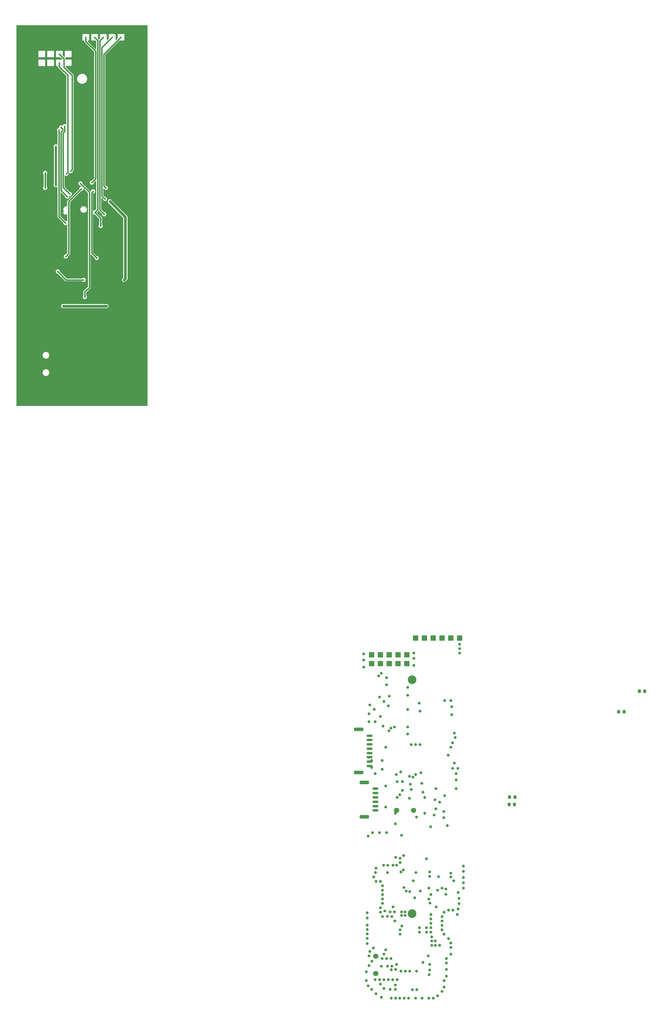
<source format=gbr>
%TF.GenerationSoftware,KiCad,Pcbnew,6.0.4-6f826c9f35~116~ubuntu20.04.1*%
%TF.CreationDate,2022-03-30T14:35:37+00:00*%
%TF.ProjectId,SPACEDOS02B_PCB01A,53504143-4544-44f5-9330-32425f504342,REV*%
%TF.SameCoordinates,Original*%
%TF.FileFunction,Copper,L1,Top*%
%TF.FilePolarity,Positive*%
%FSLAX46Y46*%
G04 Gerber Fmt 4.6, Leading zero omitted, Abs format (unit mm)*
G04 Created by KiCad (PCBNEW 6.0.4-6f826c9f35~116~ubuntu20.04.1) date 2022-03-30 14:35:37*
%MOMM*%
%LPD*%
G01*
G04 APERTURE LIST*
G04 Aperture macros list*
%AMRoundRect*
0 Rectangle with rounded corners*
0 $1 Rounding radius*
0 $2 $3 $4 $5 $6 $7 $8 $9 X,Y pos of 4 corners*
0 Add a 4 corners polygon primitive as box body*
4,1,4,$2,$3,$4,$5,$6,$7,$8,$9,$2,$3,0*
0 Add four circle primitives for the rounded corners*
1,1,$1+$1,$2,$3*
1,1,$1+$1,$4,$5*
1,1,$1+$1,$6,$7*
1,1,$1+$1,$8,$9*
0 Add four rect primitives between the rounded corners*
20,1,$1+$1,$2,$3,$4,$5,0*
20,1,$1+$1,$4,$5,$6,$7,0*
20,1,$1+$1,$6,$7,$8,$9,0*
20,1,$1+$1,$8,$9,$2,$3,0*%
G04 Aperture macros list end*
%TA.AperFunction,ComponentPad*%
%ADD10R,1.524000X1.524000*%
%TD*%
%TA.AperFunction,ComponentPad*%
%ADD11C,2.500000*%
%TD*%
%TA.AperFunction,ComponentPad*%
%ADD12C,1.524000*%
%TD*%
%TA.AperFunction,SMDPad,CuDef*%
%ADD13RoundRect,0.150000X-0.700000X0.150000X-0.700000X-0.150000X0.700000X-0.150000X0.700000X0.150000X0*%
%TD*%
%TA.AperFunction,SMDPad,CuDef*%
%ADD14RoundRect,0.250000X-1.100000X0.250000X-1.100000X-0.250000X1.100000X-0.250000X1.100000X0.250000X0*%
%TD*%
%TA.AperFunction,ComponentPad*%
%ADD15C,1.500000*%
%TD*%
%TA.AperFunction,SMDPad,CuDef*%
%ADD16RoundRect,0.218750X-0.218750X-0.256250X0.218750X-0.256250X0.218750X0.256250X-0.218750X0.256250X0*%
%TD*%
%TA.AperFunction,ViaPad*%
%ADD17C,0.800000*%
%TD*%
%TA.AperFunction,Conductor*%
%ADD18C,0.250000*%
%TD*%
%TA.AperFunction,Conductor*%
%ADD19C,0.400000*%
%TD*%
%TA.AperFunction,Conductor*%
%ADD20C,0.800000*%
%TD*%
%TA.AperFunction,Conductor*%
%ADD21C,0.600000*%
%TD*%
G04 APERTURE END LIST*
D10*
%TO.P,J19,1*%
%TO.N,/cpu/RST#*%
X7366000Y99083000D03*
%TO.P,J19,2*%
X7366000Y101623000D03*
%TD*%
%TO.P,J6,1*%
%TO.N,/cpu/RX0*%
X9906000Y101623000D03*
%TD*%
%TO.P,J4,1*%
%TO.N,/cpu/PC4*%
X12446000Y101623000D03*
%TD*%
%TO.P,J7,1*%
%TO.N,/cpu/TX0*%
X9906000Y99083000D03*
%TD*%
%TO.P,J5,1*%
%TO.N,/cpu/PC3*%
X12446000Y99083000D03*
%TD*%
D11*
%TO.P,BT1,1,+*%
%TO.N,/power/3*%
X19050000Y94479000D03*
%TO.P,BT1,2,-*%
%TO.N,GND*%
X19050000Y26979000D03*
%TD*%
D10*
%TO.P,J3,1*%
%TO.N,/power/3*%
X14986000Y101623000D03*
%TO.P,J3,2*%
X14986000Y99083000D03*
%TD*%
%TO.P,J2,1*%
%TO.N,GND*%
X17526000Y101623000D03*
%TO.P,J2,2*%
X17526000Y99083000D03*
%TD*%
D12*
%TO.P,D1,1,K*%
%TO.N,/K*%
X8596000Y14715000D03*
%TO.P,D1,2,A*%
%TO.N,/A*%
X8596000Y9715000D03*
%TD*%
D13*
%TO.P,J14,1*%
%TO.N,+5V*%
X8504800Y62990400D03*
%TO.P,J14,2*%
%TO.N,Net-(J14-Pad2)*%
X8504800Y61740400D03*
%TO.P,J14,3*%
%TO.N,Net-(J14-Pad3)*%
X8504800Y60490400D03*
%TO.P,J14,4*%
%TO.N,unconnected-(J14-Pad4)*%
X8504800Y59240400D03*
%TO.P,J14,5*%
%TO.N,unconnected-(J14-Pad5)*%
X8504800Y57990400D03*
%TO.P,J14,6*%
%TO.N,GND*%
X8504800Y56740400D03*
D14*
%TO.P,J14,MP*%
X5304800Y64840400D03*
X5304800Y54890400D03*
%TD*%
D15*
%TO.P,Y1,1,1*%
%TO.N,Net-(C38-Pad1)*%
X19468000Y56762000D03*
%TO.P,Y1,2,2*%
%TO.N,Net-(C41-Pad1)*%
X14568000Y56762000D03*
%TD*%
D16*
%TO.P,R16,1*%
%TO.N,/cpu/PC0*%
X78714500Y85240000D03*
%TO.P,R16,2*%
%TO.N,Net-(J1-Pad5)*%
X80289500Y85240000D03*
%TD*%
%TO.P,R14,1*%
%TO.N,/cpu/PC1*%
X84654500Y91139000D03*
%TO.P,R14,2*%
%TO.N,Net-(J1-Pad4)*%
X86229500Y91139000D03*
%TD*%
D13*
%TO.P,J1,1*%
%TO.N,/cpu/TIMEPULSE*%
X6828400Y78312000D03*
%TO.P,J1,2*%
%TO.N,/cpu/EXTINT*%
X6828400Y77062000D03*
%TO.P,J1,3*%
%TO.N,/cpu/GEO_STAT*%
X6828400Y75812000D03*
%TO.P,J1,4*%
%TO.N,Net-(J1-Pad4)*%
X6828400Y74562000D03*
%TO.P,J1,5*%
%TO.N,Net-(J1-Pad5)*%
X6828400Y73312000D03*
%TO.P,J1,6*%
%TO.N,/cpu/TX1*%
X6828400Y72062000D03*
%TO.P,J1,7*%
%TO.N,/cpu/RX1*%
X6828400Y70812000D03*
%TO.P,J1,8*%
%TO.N,GND*%
X6828400Y69562000D03*
D14*
%TO.P,J1,MP*%
X3628400Y80162000D03*
X3628400Y67712000D03*
%TD*%
D16*
%TO.P,R18,1*%
%TO.N,/cpu/TX0*%
X47218500Y60602000D03*
%TO.P,R18,2*%
%TO.N,Net-(J14-Pad3)*%
X48793500Y60602000D03*
%TD*%
%TO.P,R17,1*%
%TO.N,/cpu/RX0*%
X47091500Y58443000D03*
%TO.P,R17,2*%
%TO.N,Net-(J14-Pad2)*%
X48666500Y58443000D03*
%TD*%
D10*
%TO.P,J9,1*%
%TO.N,/cpu/PB5*%
X25146000Y106449000D03*
%TD*%
%TO.P,J10,1*%
%TO.N,/cpu/SD_VDD*%
X30226000Y106449000D03*
%TD*%
%TO.P,J11,1*%
%TO.N,/cpu/PB7*%
X20066000Y106449000D03*
%TD*%
%TO.P,J12,1*%
%TO.N,/cpu/PB6*%
X22606000Y106449000D03*
%TD*%
%TO.P,J13,1*%
%TO.N,GND*%
X32766000Y106449000D03*
%TD*%
%TO.P,J8,1*%
%TO.N,/cpu/PB4*%
X27686000Y106449000D03*
%TD*%
D17*
%TO.N,GND*%
X8522339Y38810523D03*
X10839993Y40897407D03*
X22720300Y60513100D03*
X13208000Y26096100D03*
X5842000Y10183000D03*
X5842000Y7643000D03*
X6350000Y6119000D03*
X7366000Y5103000D03*
X20307300Y54798100D03*
X13970000Y27455000D03*
X16002000Y26439000D03*
X16624300Y43749100D03*
X9893300Y28636100D03*
X13576300Y40955100D03*
X15608300Y22286100D03*
X14592300Y40955100D03*
X7988300Y37526100D03*
X9893300Y27366100D03*
X16116300Y23429100D03*
X10528300Y29906100D03*
X8623300Y36256100D03*
X9893300Y36256100D03*
X7480300Y13269100D03*
X17018000Y27455000D03*
X17018000Y26439000D03*
X15608300Y42987100D03*
X10528300Y32446100D03*
X8623300Y40066100D03*
X10528300Y33716100D03*
X10528300Y31176100D03*
X10528300Y26096100D03*
X15608300Y41717100D03*
X12052300Y40955100D03*
X16002000Y27455000D03*
X14084300Y24826100D03*
X15608300Y21016100D03*
X10528300Y34986100D03*
X6604000Y11961000D03*
X27673300Y34351100D03*
X24713000Y20300000D03*
X14338300Y10856100D03*
X13081000Y10818000D03*
X12192000Y7897000D03*
X14224000Y6373000D03*
X14338300Y2601100D03*
X24244300Y30033100D03*
X24498300Y22921100D03*
X24498300Y32446100D03*
X11963000Y11800000D03*
X25133300Y2601100D03*
X10213000Y11800000D03*
X21196300Y22921100D03*
X21958300Y2601100D03*
X28943300Y10856100D03*
X13213000Y11800000D03*
X28308300Y7681100D03*
X13068300Y2601100D03*
X26403300Y3236100D03*
X27673300Y4506100D03*
X26403300Y33716100D03*
X28816300Y34097100D03*
X23863300Y31176100D03*
X21196300Y21651100D03*
X23863300Y34351100D03*
X23228300Y22921100D03*
X24498300Y21651100D03*
X23228300Y21651100D03*
X24498300Y26731100D03*
X25768300Y19111100D03*
X24498300Y25461100D03*
X24498300Y24191100D03*
X9652000Y7897000D03*
X13462000Y7897000D03*
X20053300Y2601100D03*
X28308300Y5776100D03*
X28816300Y32573100D03*
X28943300Y8951100D03*
X10922000Y7897000D03*
X29578300Y19746100D03*
X29578300Y28001100D03*
X27673300Y26096100D03*
X28308300Y21016100D03*
X33896300Y39177100D03*
X30848300Y28001100D03*
X33896300Y34351100D03*
X27673300Y22286100D03*
X32385000Y28344000D03*
X20186300Y38829100D03*
X32118300Y26731100D03*
X33896300Y35875100D03*
X24123300Y38956100D03*
X32639000Y31392000D03*
X20440300Y5047100D03*
X24713000Y19111100D03*
X33896300Y37399100D03*
X24713000Y17841100D03*
X27038300Y17841100D03*
X18408300Y33279100D03*
X28943300Y14031100D03*
X23996300Y9365100D03*
X24123300Y37686100D03*
X16503300Y39591100D03*
X17386486Y33489286D03*
X28308300Y27366100D03*
X21456300Y33495100D03*
X27673300Y24826100D03*
X30213300Y18476100D03*
X25768300Y17841100D03*
X28943300Y12761100D03*
X30213300Y15301100D03*
X16668300Y34511100D03*
X30213300Y17206100D03*
X27673300Y23556100D03*
X15868300Y38956100D03*
X33896300Y40701100D03*
X32639000Y29868000D03*
X32372300Y33081100D03*
X19170300Y5047100D03*
X15887735Y10380557D03*
X14598300Y12286100D03*
X30213300Y37526100D03*
X20313300Y10381100D03*
X10160000Y2817000D03*
X17138300Y10381100D03*
X18408300Y10381100D03*
X24123300Y10729100D03*
X24123300Y12286100D03*
X23736300Y14793100D03*
X22218300Y12921100D03*
X11938000Y26185000D03*
X14732000Y7897000D03*
X14224000Y5103000D03*
X8382000Y7897000D03*
X9906000Y6627000D03*
X10922000Y5357000D03*
X12700000Y5103000D03*
X15494000Y2563000D03*
X16764000Y2563000D03*
X18034000Y2563000D03*
X8636000Y3833000D03*
X10414000Y13993000D03*
X11684000Y13993000D03*
X12954000Y13993000D03*
X6604000Y14755000D03*
X6858000Y16025000D03*
X7874000Y17041000D03*
X11430000Y16533000D03*
X10922000Y15263000D03*
X6096000Y18311000D03*
X6096000Y19835000D03*
X6096000Y21105000D03*
X6096000Y22375000D03*
X6096000Y23645000D03*
X6096000Y25677000D03*
X6096000Y27201000D03*
X11176000Y27709000D03*
X12700000Y27455000D03*
X23876000Y2601100D03*
X19558000Y98575000D03*
X29210000Y52347000D03*
X9652000Y50315000D03*
X32766000Y102131000D03*
X11684000Y50315000D03*
X17780000Y80795000D03*
X10668000Y81049000D03*
X32766000Y103401000D03*
X21336000Y85367000D03*
X20066000Y67079000D03*
X32766000Y104671000D03*
X16002000Y49553000D03*
X30226000Y74953000D03*
X31750000Y63015000D03*
X30734000Y76223000D03*
X26670000Y37615000D03*
X7366000Y69111000D03*
X30480000Y86637000D03*
X17780000Y89939000D03*
X17780000Y85875000D03*
X31242000Y70381000D03*
X19558000Y100607000D03*
X28194000Y56411000D03*
X9652000Y89431000D03*
X30226000Y38631000D03*
X5080000Y101877000D03*
X11684000Y95019000D03*
X30480000Y84351000D03*
X31750000Y67333000D03*
X7620000Y50315000D03*
X10922000Y88161000D03*
X28194000Y54633000D03*
X30734000Y68857000D03*
X11684000Y92987000D03*
X20066000Y75715000D03*
X10414000Y68603000D03*
X12446000Y89685000D03*
X30226000Y88415000D03*
X21590000Y67587000D03*
X9906000Y83843000D03*
X19304000Y66317000D03*
X10160000Y96289000D03*
X17780000Y92225000D03*
X28448000Y88415000D03*
X31496000Y77747000D03*
X21082000Y87653000D03*
X31750000Y65555000D03*
X32258000Y68857000D03*
X21336000Y75715000D03*
X25908000Y57173000D03*
X18288000Y66571000D03*
X18796000Y75715000D03*
X10414000Y71143000D03*
X16256000Y62507000D03*
X6604000Y82319000D03*
X9398000Y95527000D03*
X8128000Y85875000D03*
X8382000Y82319000D03*
X18288000Y60221000D03*
X19558000Y102131000D03*
X6858000Y87145000D03*
X6350000Y49299000D03*
X31242000Y79017000D03*
X11430000Y57681000D03*
X29464000Y72667000D03*
X14732000Y65047000D03*
X12192000Y86891000D03*
X6604000Y84605000D03*
X16256000Y65047000D03*
X5080000Y100099000D03*
X17780000Y78763000D03*
X5080000Y98067000D03*
X28448000Y60983000D03*
%TO.N,Net-(R1-Pad2)*%
X12007568Y38854203D03*
X19431000Y36472000D03*
%TO.N,/cpu/RST#*%
X14224000Y52855000D03*
X12353395Y79689929D03*
%TO.N,/cpu/PC0*%
X8382000Y63015000D03*
X8382000Y67333000D03*
%TO.N,/cpu/PB5*%
X25400000Y55395000D03*
%TO.N,/cpu/PB7*%
X21844000Y64539000D03*
%TO.N,/cpu/PB6*%
X22720300Y55941100D03*
X24371300Y52004100D03*
%TO.N,/cpu/RX0*%
X15494000Y61237000D03*
X13970002Y80795000D03*
%TO.N,/cpu/TX0*%
X14732000Y60475000D03*
X12972133Y80475541D03*
%TO.N,+3V3*%
X13582300Y28923100D03*
X26028300Y28923100D03*
X27033000Y59096004D03*
X11430000Y63819100D03*
X31115000Y36472000D03*
X11430000Y74953000D03*
%TO.N,PA1*%
X19812000Y31519000D03*
X18542002Y64285000D03*
%TO.N,PA0*%
X14338300Y43241100D03*
X14224000Y55903000D03*
X18796000Y62761000D03*
%TO.N,PB0*%
X22212300Y62037100D03*
X23228300Y42766100D03*
%TO.N,/cpu/SD_VDD*%
X25908000Y63015000D03*
%TO.N,/cpu/PB4*%
X25654000Y59819100D03*
%TO.N,/cpu/PC4*%
X15748000Y67841000D03*
%TO.N,/cpu/PC3*%
X14478000Y67079000D03*
%TO.N,/cpu/RX1*%
X7366000Y71143000D03*
%TD*%
D18*
%TO.N,GND*%
X-72476700Y206822100D02*
X-72222700Y207076100D01*
X-73746700Y206822100D02*
X-72476700Y206822100D01*
X-74762700Y178374100D02*
X-76032700Y178374100D01*
D19*
X-78534700Y207838100D02*
X-78026700Y207838100D01*
X-75778700Y212918100D02*
X-75016700Y212156100D01*
X-78699700Y212918100D02*
X-75778700Y212918100D01*
X-78026700Y207838100D02*
X-76794700Y206606100D01*
X-78534700Y207534472D02*
X-77816514Y206816286D01*
D18*
X-78064700Y183708100D02*
X-76794700Y183708100D01*
D19*
X-71079700Y212283100D02*
X-71079700Y211013100D01*
X-78534700Y207838100D02*
X-78534700Y207534472D01*
%TO.N,Net-(R1-Pad2)*%
X-75772000Y209799000D02*
X-80813229Y209799000D01*
X-82795433Y211781204D02*
X-83195432Y212181203D01*
X-80813229Y209799000D02*
X-82795433Y211781204D01*
%TO.N,/cpu/RST#*%
X-82849605Y252451244D02*
X-82849605Y253016929D01*
X-82849605Y228052605D02*
X-82849605Y252451244D01*
X-80979000Y226182000D02*
X-82849605Y228052605D01*
%TO.N,/cpu/PC0*%
X-86821000Y240660000D02*
X-86821000Y236342000D01*
%TO.N,/cpu/PB5*%
X-70057000Y279776000D02*
X-71082689Y278750311D01*
X-71082689Y278750311D02*
X-71082689Y230001689D01*
X-71082689Y230001689D02*
X-69803000Y228722000D01*
%TO.N,/cpu/PB7*%
X-72282709Y238942291D02*
X-72282709Y275772291D01*
X-75137000Y279776000D02*
X-75137000Y278614000D01*
X-73359000Y237866000D02*
X-72282709Y238942291D01*
X-75137000Y278614000D02*
X-72295291Y275772291D01*
X-72295291Y275772291D02*
X-72282709Y275772291D01*
%TO.N,/cpu/PB6*%
X-70831700Y225331100D02*
X-70831700Y227617100D01*
X-70831700Y227617100D02*
X-72082701Y228868101D01*
X-72082701Y228868101D02*
X-72482700Y229268100D01*
X-71682699Y278861699D02*
X-72597000Y279776000D01*
X-71682699Y230068101D02*
X-71682699Y278861699D01*
X-72482700Y229268100D02*
X-71682699Y230068101D01*
%TO.N,/cpu/RX0*%
X-81230858Y253554175D02*
X-81232998Y253556315D01*
X-81648990Y236503990D02*
X-81648990Y252185000D01*
X-79709000Y234564000D02*
X-81648990Y236503990D01*
X-81232998Y253556315D02*
X-81232998Y254122000D01*
X-81230858Y252603132D02*
X-81230858Y253554175D01*
X-81648990Y252185000D02*
X-81230858Y252603132D01*
%TO.N,/cpu/TX0*%
X-81830868Y253402542D02*
X-82230867Y253802541D01*
X-82249000Y252433532D02*
X-81830868Y252851664D01*
X-81830868Y252851664D02*
X-81830868Y253402542D01*
X-82248999Y235579999D02*
X-82249000Y252433532D01*
X-82230867Y253681863D02*
X-82230867Y253802541D01*
X-80471000Y233802000D02*
X-82248999Y235579999D01*
D20*
%TO.N,+3V3*%
X-81620700Y202250100D02*
X-69174700Y202250100D01*
X-63688001Y227941005D02*
X-68170000Y232423004D01*
D21*
X-83773000Y248280000D02*
X-83773000Y237146100D01*
D20*
X-63688001Y210198999D02*
X-63688001Y227941005D01*
X-64088000Y209799000D02*
X-63688001Y210198999D01*
D19*
%TO.N,PA1*%
X-75391000Y206361802D02*
X-74095699Y207657103D01*
X-74095699Y207657103D02*
X-74095699Y235046701D01*
X-74095699Y235046701D02*
X-76260999Y237212001D01*
X-76260999Y237212001D02*
X-76660998Y237612000D01*
X-75391000Y204846000D02*
X-75391000Y206361802D01*
%TO.N,PA0*%
X-80864700Y216568100D02*
X-80051998Y217380802D01*
X-80051998Y232443002D02*
X-76407000Y236088000D01*
X-80051998Y229064998D02*
X-80051998Y232443002D01*
X-80051998Y229064998D02*
X-80051998Y227540998D01*
X-80051998Y231182174D02*
X-80051998Y229064998D01*
X-80051998Y217380802D02*
X-80051998Y227540998D01*
%TO.N,PB0*%
X-72990700Y235364100D02*
X-73406690Y234948110D01*
X-73406690Y234948110D02*
X-73406690Y217525090D01*
X-73406690Y217525090D02*
X-71974700Y216093100D01*
%TO.N,/cpu/SD_VDD*%
X-69882669Y236929669D02*
X-69882669Y274870331D01*
X-69882669Y274870331D02*
X-68787000Y275966000D01*
X-69295000Y236342000D02*
X-69882669Y236929669D01*
X-68787000Y275966000D02*
X-64977000Y279776000D01*
%TO.N,/cpu/PB4*%
X-69549000Y233146100D02*
X-70482679Y234079779D01*
X-70482679Y234079779D02*
X-70482679Y276810321D01*
X-68787000Y278506000D02*
X-67517000Y279776000D01*
X-70482679Y276810321D02*
X-68787000Y278506000D01*
%TO.N,/cpu/PC4*%
X-79055001Y251981999D02*
X-79055001Y268788001D01*
X-79455000Y241168000D02*
X-79055001Y241567999D01*
X-79055001Y268788001D02*
X-81379001Y271112001D01*
X-79055001Y241567999D02*
X-79055001Y251981999D01*
X-81379001Y273572001D02*
X-81594999Y273787999D01*
X-81594999Y273787999D02*
X-82757000Y274950000D01*
X-81379001Y271112001D02*
X-81379001Y273572001D01*
%TO.N,/cpu/PC3*%
X-80325001Y255283999D02*
X-80325001Y256553999D01*
X-80325001Y256553999D02*
X-80325001Y258585999D01*
X-80325001Y258585999D02*
X-80325001Y268816001D01*
X-80325001Y240805999D02*
X-80325001Y255283999D01*
X-82757000Y271248000D02*
X-82757000Y272410000D01*
X-80725000Y240406000D02*
X-80325001Y240805999D01*
X-80325001Y268816001D02*
X-82757000Y271248000D01*
%TD*%
%TA.AperFunction,Conductor*%
%TO.N,GND*%
G36*
X-57335879Y283254998D02*
G01*
X-57289386Y283201342D01*
X-57278000Y283149000D01*
X-57278000Y173551000D01*
X-57298002Y173482879D01*
X-57351658Y173436386D01*
X-57404000Y173425000D01*
X-95002000Y173425000D01*
X-95070121Y173445002D01*
X-95116614Y173498658D01*
X-95128000Y173551000D01*
X-95128000Y183055504D01*
X-87574063Y183055504D01*
X-87558268Y182867410D01*
X-87506240Y182685966D01*
X-87419960Y182518083D01*
X-87416135Y182513257D01*
X-87416133Y182513254D01*
X-87306544Y182374986D01*
X-87306540Y182374981D01*
X-87302715Y182370156D01*
X-87158970Y182247820D01*
X-87153592Y182244814D01*
X-87153590Y182244813D01*
X-87076585Y182201777D01*
X-86994200Y182155733D01*
X-86814683Y182097405D01*
X-86627255Y182075055D01*
X-86621120Y182075527D01*
X-86621118Y182075527D01*
X-86445197Y182089063D01*
X-86445193Y182089064D01*
X-86439055Y182089536D01*
X-86433123Y182091192D01*
X-86433119Y182091193D01*
X-86263196Y182138637D01*
X-86263192Y182138638D01*
X-86257252Y182140297D01*
X-86177703Y182180480D01*
X-86094272Y182222623D01*
X-86094270Y182222624D01*
X-86088771Y182225402D01*
X-85940030Y182341612D01*
X-85936004Y182346276D01*
X-85936001Y182346279D01*
X-85820722Y182479831D01*
X-85820721Y182479833D01*
X-85816693Y182484499D01*
X-85723458Y182648622D01*
X-85663877Y182827728D01*
X-85640220Y183014995D01*
X-85639843Y183042000D01*
X-85658262Y183229855D01*
X-85712819Y183410555D01*
X-85801434Y183577217D01*
X-85920734Y183723492D01*
X-85926525Y183728283D01*
X-86061423Y183839880D01*
X-86061426Y183839882D01*
X-86066173Y183843809D01*
X-86232212Y183933586D01*
X-86412526Y183989403D01*
X-86418644Y183990046D01*
X-86418649Y183990047D01*
X-86594119Y184008489D01*
X-86594121Y184008489D01*
X-86600248Y184009133D01*
X-86715875Y183998610D01*
X-86782086Y183992585D01*
X-86782087Y183992585D01*
X-86788227Y183992026D01*
X-86969303Y183938732D01*
X-87136580Y183851282D01*
X-87283684Y183733007D01*
X-87405014Y183588412D01*
X-87495948Y183423004D01*
X-87553022Y183243083D01*
X-87574063Y183055504D01*
X-95128000Y183055504D01*
X-95128000Y188055504D01*
X-87574063Y188055504D01*
X-87558268Y187867410D01*
X-87506240Y187685966D01*
X-87419960Y187518083D01*
X-87416135Y187513257D01*
X-87416133Y187513254D01*
X-87306544Y187374986D01*
X-87306540Y187374981D01*
X-87302715Y187370156D01*
X-87158970Y187247820D01*
X-87153592Y187244814D01*
X-87153590Y187244813D01*
X-87076585Y187201776D01*
X-86994200Y187155733D01*
X-86814683Y187097405D01*
X-86627255Y187075055D01*
X-86621120Y187075527D01*
X-86621118Y187075527D01*
X-86445197Y187089063D01*
X-86445193Y187089064D01*
X-86439055Y187089536D01*
X-86433123Y187091192D01*
X-86433119Y187091193D01*
X-86263196Y187138637D01*
X-86263192Y187138638D01*
X-86257252Y187140297D01*
X-86177703Y187180480D01*
X-86094272Y187222623D01*
X-86094270Y187222624D01*
X-86088771Y187225402D01*
X-85940030Y187341612D01*
X-85936004Y187346276D01*
X-85936001Y187346279D01*
X-85820722Y187479831D01*
X-85820721Y187479833D01*
X-85816693Y187484499D01*
X-85723458Y187648622D01*
X-85663877Y187827728D01*
X-85640220Y188014995D01*
X-85639843Y188042000D01*
X-85658262Y188229855D01*
X-85712819Y188410555D01*
X-85801434Y188577217D01*
X-85920734Y188723492D01*
X-85926525Y188728283D01*
X-86061423Y188839880D01*
X-86061426Y188839882D01*
X-86066173Y188843809D01*
X-86232212Y188933586D01*
X-86412526Y188989403D01*
X-86418644Y188990046D01*
X-86418649Y188990047D01*
X-86594119Y189008489D01*
X-86594121Y189008489D01*
X-86600248Y189009133D01*
X-86715875Y188998610D01*
X-86782086Y188992585D01*
X-86782087Y188992585D01*
X-86788227Y188992026D01*
X-86969303Y188938732D01*
X-87136580Y188851282D01*
X-87283684Y188733007D01*
X-87405014Y188588412D01*
X-87495948Y188423004D01*
X-87553022Y188243083D01*
X-87574063Y188055504D01*
X-95128000Y188055504D01*
X-95128000Y202250100D01*
X-82226382Y202250100D01*
X-82205744Y202093338D01*
X-82145236Y201947259D01*
X-82048982Y201821818D01*
X-81923541Y201725564D01*
X-81777462Y201665056D01*
X-81620700Y201644418D01*
X-81612512Y201645496D01*
X-81589527Y201648522D01*
X-81573081Y201649600D01*
X-69222319Y201649600D01*
X-69205873Y201648522D01*
X-69174700Y201644418D01*
X-69166512Y201645496D01*
X-69135339Y201649600D01*
X-69026126Y201663978D01*
X-69017938Y201665056D01*
X-68871859Y201725564D01*
X-68746418Y201821818D01*
X-68650164Y201947259D01*
X-68589656Y202093338D01*
X-68569018Y202250100D01*
X-68589656Y202406862D01*
X-68650164Y202552941D01*
X-68746418Y202678382D01*
X-68871859Y202774636D01*
X-69017938Y202835144D01*
X-69135339Y202850600D01*
X-69174700Y202855782D01*
X-69182888Y202854704D01*
X-69205873Y202851678D01*
X-69222319Y202850600D01*
X-81573081Y202850600D01*
X-81589527Y202851678D01*
X-81612512Y202854704D01*
X-81620700Y202855782D01*
X-81777462Y202835144D01*
X-81923541Y202774636D01*
X-82048982Y202678382D01*
X-82145236Y202552941D01*
X-82205744Y202406862D01*
X-82226382Y202250100D01*
X-95128000Y202250100D01*
X-95128000Y212181203D01*
X-83801114Y212181203D01*
X-83780476Y212024441D01*
X-83719968Y211878362D01*
X-83623714Y211752921D01*
X-83498273Y211656667D01*
X-83352194Y211596159D01*
X-83344006Y211595081D01*
X-83195432Y211575521D01*
X-83195816Y211572607D01*
X-83141290Y211556597D01*
X-83120316Y211539694D01*
X-81074138Y209493516D01*
X-81074134Y209493513D01*
X-81051571Y209470950D01*
X-81042732Y209466446D01*
X-81042730Y209466445D01*
X-81031971Y209460963D01*
X-81015115Y209450635D01*
X-80997318Y209437704D01*
X-80976397Y209430906D01*
X-80958137Y209423342D01*
X-80947370Y209417856D01*
X-80947366Y209417855D01*
X-80938533Y209413354D01*
X-80928742Y209411803D01*
X-80928741Y209411803D01*
X-80916807Y209409913D01*
X-80897582Y209405297D01*
X-80886097Y209401565D01*
X-80886093Y209401564D01*
X-80876662Y209398500D01*
X-76278731Y209398500D01*
X-76210610Y209378498D01*
X-76200540Y209370382D01*
X-76200282Y209370718D01*
X-76074841Y209274464D01*
X-75928762Y209213956D01*
X-75772000Y209193318D01*
X-75763812Y209194396D01*
X-75623426Y209212878D01*
X-75615238Y209213956D01*
X-75469159Y209274464D01*
X-75343718Y209370718D01*
X-75247464Y209496159D01*
X-75186956Y209642238D01*
X-75166318Y209799000D01*
X-75186956Y209955762D01*
X-75247464Y210101841D01*
X-75343718Y210227282D01*
X-75469159Y210323536D01*
X-75615238Y210384044D01*
X-75772000Y210404682D01*
X-75928762Y210384044D01*
X-76074841Y210323536D01*
X-76200282Y210227282D01*
X-76202072Y210229614D01*
X-76251948Y210202379D01*
X-76278731Y210199500D01*
X-80595146Y210199500D01*
X-80663267Y210219502D01*
X-80684241Y210236405D01*
X-82553923Y212106087D01*
X-82587949Y212168399D01*
X-82589331Y212181258D01*
X-82589750Y212181203D01*
X-82609310Y212329777D01*
X-82610388Y212337965D01*
X-82670896Y212484044D01*
X-82767150Y212609485D01*
X-82892591Y212705739D01*
X-83038670Y212766247D01*
X-83195432Y212786885D01*
X-83352194Y212766247D01*
X-83498273Y212705739D01*
X-83623714Y212609485D01*
X-83719968Y212484044D01*
X-83780476Y212337965D01*
X-83801114Y212181203D01*
X-95128000Y212181203D01*
X-95128000Y236342000D01*
X-87426682Y236342000D01*
X-87406044Y236185238D01*
X-87345536Y236039159D01*
X-87314785Y235999083D01*
X-87255645Y235922011D01*
X-87249282Y235913718D01*
X-87123841Y235817464D01*
X-86977762Y235756956D01*
X-86821000Y235736318D01*
X-86812812Y235737396D01*
X-86672426Y235755878D01*
X-86664238Y235756956D01*
X-86518159Y235817464D01*
X-86392718Y235913718D01*
X-86386354Y235922011D01*
X-86327215Y235999083D01*
X-86296464Y236039159D01*
X-86235956Y236185238D01*
X-86215318Y236342000D01*
X-86235956Y236498762D01*
X-86296464Y236644841D01*
X-86392718Y236770282D01*
X-86390386Y236772072D01*
X-86417621Y236821948D01*
X-86420500Y236848731D01*
X-86420500Y237146100D01*
X-84378682Y237146100D01*
X-84377604Y237137912D01*
X-84363412Y237030116D01*
X-84358044Y236989338D01*
X-84297536Y236843259D01*
X-84201282Y236717818D01*
X-84075841Y236621564D01*
X-83929762Y236561056D01*
X-83773000Y236540418D01*
X-83764812Y236541496D01*
X-83624426Y236559978D01*
X-83616238Y236561056D01*
X-83470159Y236621564D01*
X-83463608Y236626591D01*
X-83463604Y236626593D01*
X-83452808Y236634877D01*
X-83386588Y236660477D01*
X-83317039Y236646212D01*
X-83266244Y236596611D01*
X-83250105Y236534914D01*
X-83250105Y227989172D01*
X-83247041Y227979741D01*
X-83247040Y227979737D01*
X-83243308Y227968252D01*
X-83238692Y227949027D01*
X-83237421Y227941005D01*
X-83235251Y227927301D01*
X-83230750Y227918468D01*
X-83230749Y227918464D01*
X-83225264Y227907699D01*
X-83217700Y227889439D01*
X-83210901Y227868515D01*
X-83197966Y227850712D01*
X-83187640Y227833860D01*
X-83177655Y227814263D01*
X-83155092Y227791700D01*
X-83155089Y227791696D01*
X-81620509Y226257116D01*
X-81586483Y226194804D01*
X-81585101Y226181945D01*
X-81584682Y226182000D01*
X-81564044Y226025238D01*
X-81503536Y225879159D01*
X-81407282Y225753718D01*
X-81281841Y225657464D01*
X-81135762Y225596956D01*
X-80979000Y225576318D01*
X-80970812Y225577396D01*
X-80830426Y225595878D01*
X-80822238Y225596956D01*
X-80676159Y225657464D01*
X-80669606Y225662492D01*
X-80669603Y225662494D01*
X-80655202Y225673544D01*
X-80588982Y225699145D01*
X-80519433Y225684881D01*
X-80468637Y225635279D01*
X-80452498Y225573582D01*
X-80452498Y217598884D01*
X-80472500Y217530763D01*
X-80489403Y217509789D01*
X-80789583Y217209609D01*
X-80851895Y217175583D01*
X-80864755Y217174201D01*
X-80864700Y217173782D01*
X-81021462Y217153144D01*
X-81167541Y217092636D01*
X-81292982Y216996382D01*
X-81389236Y216870941D01*
X-81449744Y216724862D01*
X-81450822Y216716674D01*
X-81453779Y216694211D01*
X-81470382Y216568100D01*
X-81449744Y216411338D01*
X-81389236Y216265259D01*
X-81320759Y216176018D01*
X-81314772Y216168216D01*
X-81292982Y216139818D01*
X-81167541Y216043564D01*
X-81021462Y215983056D01*
X-80864700Y215962418D01*
X-80856512Y215963496D01*
X-80716126Y215981978D01*
X-80707938Y215983056D01*
X-80561859Y216043564D01*
X-80436418Y216139818D01*
X-80414627Y216168216D01*
X-80408641Y216176018D01*
X-80340164Y216265259D01*
X-80279656Y216411338D01*
X-80265168Y216521382D01*
X-80259018Y216568100D01*
X-80256104Y216567716D01*
X-80240094Y216622243D01*
X-80223191Y216643217D01*
X-79723948Y217142460D01*
X-79718504Y217153144D01*
X-79713960Y217162061D01*
X-79703630Y217178918D01*
X-79696533Y217188687D01*
X-79690702Y217196712D01*
X-79683904Y217217634D01*
X-79676340Y217235895D01*
X-79670853Y217246663D01*
X-79670852Y217246667D01*
X-79666352Y217255498D01*
X-79664801Y217265287D01*
X-79664799Y217265295D01*
X-79662909Y217277229D01*
X-79658295Y217296449D01*
X-79654563Y217307935D01*
X-79654562Y217307942D01*
X-79651499Y217317369D01*
X-79651499Y217349277D01*
X-79651498Y217349283D01*
X-79651498Y230102335D01*
X-76690006Y230102335D01*
X-76674408Y229916586D01*
X-76672709Y229910661D01*
X-76631667Y229767530D01*
X-76623029Y229737405D01*
X-76537824Y229571615D01*
X-76422041Y229425532D01*
X-76280088Y229304721D01*
X-76117373Y229213783D01*
X-75940093Y229156181D01*
X-75755002Y229134110D01*
X-75748867Y229134582D01*
X-75748865Y229134582D01*
X-75575290Y229147938D01*
X-75575285Y229147939D01*
X-75569149Y229148411D01*
X-75563219Y229150067D01*
X-75563217Y229150067D01*
X-75395541Y229196883D01*
X-75395542Y229196883D01*
X-75389613Y229198538D01*
X-75223232Y229282583D01*
X-75198745Y229301714D01*
X-75081206Y229393546D01*
X-75081205Y229393547D01*
X-75076345Y229397344D01*
X-74977861Y229511439D01*
X-74958570Y229533788D01*
X-74958569Y229533789D01*
X-74954546Y229538450D01*
X-74949294Y229547694D01*
X-74865521Y229695163D01*
X-74862474Y229700526D01*
X-74803636Y229877399D01*
X-74780273Y230062332D01*
X-74779901Y230089000D01*
X-74798091Y230274513D01*
X-74799872Y230280412D01*
X-74799873Y230280417D01*
X-74850186Y230447061D01*
X-74851967Y230452960D01*
X-74939478Y230617544D01*
X-74943368Y230622314D01*
X-74943371Y230622318D01*
X-75053395Y230757220D01*
X-75053398Y230757223D01*
X-75057290Y230761995D01*
X-75062944Y230766673D01*
X-75196166Y230876884D01*
X-75200915Y230880813D01*
X-75364884Y230969471D01*
X-75453917Y230997031D01*
X-75537064Y231022769D01*
X-75537067Y231022770D01*
X-75542951Y231024591D01*
X-75549076Y231025235D01*
X-75549077Y231025235D01*
X-75722204Y231043432D01*
X-75722205Y231043432D01*
X-75728332Y231044076D01*
X-75806451Y231036967D01*
X-75907829Y231027741D01*
X-75907832Y231027740D01*
X-75913968Y231027182D01*
X-75919878Y231025443D01*
X-75919881Y231025442D01*
X-76086871Y230976293D01*
X-76092786Y230974552D01*
X-76257977Y230888193D01*
X-76403248Y230771392D01*
X-76523065Y230628599D01*
X-76526029Y230623207D01*
X-76526032Y230623203D01*
X-76600744Y230487301D01*
X-76612865Y230465254D01*
X-76669228Y230287576D01*
X-76690006Y230102335D01*
X-79651498Y230102335D01*
X-79651498Y232224919D01*
X-79631496Y232293040D01*
X-79614593Y232314014D01*
X-76482116Y235446491D01*
X-76419804Y235480517D01*
X-76406945Y235481899D01*
X-76407000Y235482318D01*
X-76250238Y235502956D01*
X-76104159Y235563464D01*
X-75978718Y235659718D01*
X-75882464Y235785159D01*
X-75821956Y235931238D01*
X-75820969Y235938736D01*
X-75784185Y235999083D01*
X-75720325Y236030104D01*
X-75649830Y236021676D01*
X-75610335Y235994944D01*
X-74533104Y234917713D01*
X-74499078Y234855401D01*
X-74496199Y234828618D01*
X-74496199Y207875185D01*
X-74516201Y207807064D01*
X-74533104Y207786090D01*
X-75696484Y206622711D01*
X-75696487Y206622707D01*
X-75719050Y206600144D01*
X-75723554Y206591304D01*
X-75729035Y206580547D01*
X-75739361Y206563695D01*
X-75752296Y206545892D01*
X-75759093Y206524972D01*
X-75766659Y206506708D01*
X-75772144Y206495943D01*
X-75772145Y206495939D01*
X-75776646Y206487106D01*
X-75778197Y206477315D01*
X-75778197Y206477314D01*
X-75780087Y206465380D01*
X-75784703Y206446155D01*
X-75788435Y206434670D01*
X-75788436Y206434666D01*
X-75791500Y206425235D01*
X-75791500Y205352731D01*
X-75811502Y205284610D01*
X-75819618Y205274540D01*
X-75819282Y205274282D01*
X-75915536Y205148841D01*
X-75976044Y205002762D01*
X-75996682Y204846000D01*
X-75976044Y204689238D01*
X-75915536Y204543159D01*
X-75819282Y204417718D01*
X-75693841Y204321464D01*
X-75547762Y204260956D01*
X-75391000Y204240318D01*
X-75382812Y204241396D01*
X-75242426Y204259878D01*
X-75234238Y204260956D01*
X-75088159Y204321464D01*
X-74962718Y204417718D01*
X-74866464Y204543159D01*
X-74805956Y204689238D01*
X-74785318Y204846000D01*
X-74805956Y205002762D01*
X-74866464Y205148841D01*
X-74962718Y205274282D01*
X-74960386Y205276072D01*
X-74987621Y205325948D01*
X-74990500Y205352731D01*
X-74990500Y206143719D01*
X-74970498Y206211840D01*
X-74953595Y206232814D01*
X-73790216Y207396194D01*
X-73767649Y207418761D01*
X-73763147Y207427596D01*
X-73757661Y207438362D01*
X-73747331Y207455219D01*
X-73740234Y207464988D01*
X-73734403Y207473013D01*
X-73727605Y207493935D01*
X-73720041Y207512196D01*
X-73714554Y207522964D01*
X-73714553Y207522968D01*
X-73710053Y207531799D01*
X-73708502Y207541588D01*
X-73708500Y207541596D01*
X-73706610Y207553530D01*
X-73701996Y207572750D01*
X-73698264Y207584236D01*
X-73698263Y207584243D01*
X-73695200Y207593670D01*
X-73695200Y207625578D01*
X-73695199Y207625584D01*
X-73695199Y216943016D01*
X-73675197Y217011137D01*
X-73621541Y217057630D01*
X-73551267Y217067734D01*
X-73486687Y217038240D01*
X-73480104Y217032111D01*
X-72616209Y216168216D01*
X-72582183Y216105904D01*
X-72580801Y216093045D01*
X-72580382Y216093100D01*
X-72563177Y215962418D01*
X-72559744Y215936338D01*
X-72499236Y215790259D01*
X-72402982Y215664818D01*
X-72277541Y215568564D01*
X-72131462Y215508056D01*
X-71974700Y215487418D01*
X-71966512Y215488496D01*
X-71826126Y215506978D01*
X-71817938Y215508056D01*
X-71671859Y215568564D01*
X-71546418Y215664818D01*
X-71450164Y215790259D01*
X-71389656Y215936338D01*
X-71386222Y215962418D01*
X-71370096Y216084912D01*
X-71369018Y216093100D01*
X-71389656Y216249862D01*
X-71450164Y216395941D01*
X-71546418Y216521382D01*
X-71671859Y216617636D01*
X-71817938Y216678144D01*
X-71974700Y216698782D01*
X-71974316Y216701696D01*
X-72028842Y216717706D01*
X-72049816Y216734609D01*
X-72969285Y217654078D01*
X-73003311Y217716390D01*
X-73006190Y217743173D01*
X-73006190Y228657371D01*
X-72986188Y228725492D01*
X-72932532Y228771985D01*
X-72862258Y228782089D01*
X-72803485Y228757333D01*
X-72785541Y228743564D01*
X-72639462Y228683056D01*
X-72631274Y228681978D01*
X-72482700Y228662418D01*
X-72483084Y228659504D01*
X-72428558Y228643494D01*
X-72407584Y228626591D01*
X-71269105Y227488112D01*
X-71235079Y227425800D01*
X-71232200Y227399017D01*
X-71232200Y225837831D01*
X-71252202Y225769710D01*
X-71260318Y225759640D01*
X-71259982Y225759382D01*
X-71356236Y225633941D01*
X-71416744Y225487862D01*
X-71437382Y225331100D01*
X-71416744Y225174338D01*
X-71356236Y225028259D01*
X-71259982Y224902818D01*
X-71134541Y224806564D01*
X-70988462Y224746056D01*
X-70831700Y224725418D01*
X-70823512Y224726496D01*
X-70683126Y224744978D01*
X-70674938Y224746056D01*
X-70528859Y224806564D01*
X-70403418Y224902818D01*
X-70307164Y225028259D01*
X-70246656Y225174338D01*
X-70226018Y225331100D01*
X-70246656Y225487862D01*
X-70307164Y225633941D01*
X-70403418Y225759382D01*
X-70401086Y225761172D01*
X-70428321Y225811048D01*
X-70431200Y225837831D01*
X-70431200Y227680533D01*
X-70435013Y227692270D01*
X-70437997Y227701452D01*
X-70442613Y227720678D01*
X-70444503Y227732611D01*
X-70446054Y227742404D01*
X-70456040Y227762003D01*
X-70463604Y227780264D01*
X-70470403Y227801189D01*
X-70483334Y227818987D01*
X-70493663Y227835843D01*
X-70499148Y227846607D01*
X-70499149Y227846608D01*
X-70503650Y227855442D01*
X-70526213Y227878005D01*
X-70526216Y227878009D01*
X-71074996Y228426789D01*
X-71827212Y229179006D01*
X-71861238Y229241318D01*
X-71856173Y229312134D01*
X-71827212Y229357196D01*
X-71504995Y229679413D01*
X-71442683Y229713439D01*
X-71371868Y229708374D01*
X-71326810Y229679417D01*
X-70444507Y228797114D01*
X-70410483Y228734804D01*
X-70409101Y228721945D01*
X-70408682Y228722000D01*
X-70388044Y228565238D01*
X-70327536Y228419159D01*
X-70231282Y228293718D01*
X-70105841Y228197464D01*
X-69959762Y228136956D01*
X-69803000Y228116318D01*
X-69794812Y228117396D01*
X-69654426Y228135878D01*
X-69646238Y228136956D01*
X-69500159Y228197464D01*
X-69374718Y228293718D01*
X-69278464Y228419159D01*
X-69217956Y228565238D01*
X-69197318Y228722000D01*
X-69217956Y228878762D01*
X-69278464Y229024841D01*
X-69374718Y229150282D01*
X-69500159Y229246536D01*
X-69646238Y229307044D01*
X-69658930Y229308715D01*
X-69803000Y229327682D01*
X-69802616Y229330596D01*
X-69857142Y229346606D01*
X-69878116Y229363509D01*
X-70645284Y230130677D01*
X-70679310Y230192989D01*
X-70682189Y230219772D01*
X-70682189Y232423004D01*
X-68775682Y232423004D01*
X-68755044Y232266242D01*
X-68694536Y232120163D01*
X-68598282Y231994722D01*
X-68591736Y231989699D01*
X-68573329Y231975575D01*
X-68560938Y231964707D01*
X-64325406Y227729175D01*
X-64291380Y227666863D01*
X-64288501Y227640080D01*
X-64288501Y210499924D01*
X-64308503Y210431803D01*
X-64325406Y210410829D01*
X-64478938Y210257297D01*
X-64491328Y210246430D01*
X-64516282Y210227282D01*
X-64612536Y210101841D01*
X-64673044Y209955762D01*
X-64693682Y209799000D01*
X-64673044Y209642238D01*
X-64612536Y209496159D01*
X-64516282Y209370718D01*
X-64390841Y209274464D01*
X-64244762Y209213956D01*
X-64088000Y209193318D01*
X-64079812Y209194396D01*
X-63939426Y209212878D01*
X-63931238Y209213956D01*
X-63785159Y209274464D01*
X-63659718Y209370718D01*
X-63640570Y209395672D01*
X-63629703Y209408062D01*
X-63297063Y209740702D01*
X-63284672Y209751570D01*
X-63266265Y209765694D01*
X-63259719Y209770717D01*
X-63163465Y209896158D01*
X-63102957Y210042237D01*
X-63087501Y210159638D01*
X-63082319Y210198999D01*
X-63086423Y210230172D01*
X-63087501Y210246618D01*
X-63087501Y227893386D01*
X-63086423Y227909832D01*
X-63083397Y227932817D01*
X-63082319Y227941005D01*
X-63102957Y228097767D01*
X-63163465Y228243846D01*
X-63235551Y228337790D01*
X-63259719Y228369287D01*
X-63284673Y228388435D01*
X-63297063Y228399302D01*
X-67711703Y232813942D01*
X-67722571Y232826333D01*
X-67736695Y232844740D01*
X-67741718Y232851286D01*
X-67867159Y232947540D01*
X-68013238Y233008048D01*
X-68170000Y233028686D01*
X-68326762Y233008048D01*
X-68472841Y232947540D01*
X-68598282Y232851286D01*
X-68694536Y232725845D01*
X-68744106Y232606172D01*
X-68751671Y232587908D01*
X-68755044Y232579766D01*
X-68775682Y232423004D01*
X-70682189Y232423004D01*
X-70682189Y233408706D01*
X-70662187Y233476827D01*
X-70608531Y233523320D01*
X-70538257Y233533424D01*
X-70473677Y233503930D01*
X-70467094Y233497801D01*
X-70190509Y233221216D01*
X-70156483Y233158904D01*
X-70155101Y233146045D01*
X-70154682Y233146100D01*
X-70134044Y232989338D01*
X-70073536Y232843259D01*
X-69977282Y232717818D01*
X-69851841Y232621564D01*
X-69705762Y232561056D01*
X-69697574Y232559978D01*
X-69627381Y232550737D01*
X-69549000Y232540418D01*
X-69540812Y232541496D01*
X-69400426Y232559978D01*
X-69392238Y232561056D01*
X-69246159Y232621564D01*
X-69120718Y232717818D01*
X-69024464Y232843259D01*
X-68963956Y232989338D01*
X-68943318Y233146100D01*
X-68963956Y233302862D01*
X-69024464Y233448941D01*
X-69120718Y233574382D01*
X-69246159Y233670636D01*
X-69392238Y233731144D01*
X-69549000Y233751782D01*
X-69548616Y233754696D01*
X-69603142Y233770706D01*
X-69624116Y233787609D01*
X-70045274Y234208767D01*
X-70079300Y234271079D01*
X-70082179Y234297862D01*
X-70082179Y236039790D01*
X-70062177Y236107911D01*
X-70008521Y236154404D01*
X-69938247Y236164508D01*
X-69873667Y236135014D01*
X-69839770Y236088008D01*
X-69819536Y236039159D01*
X-69788785Y235999083D01*
X-69729645Y235922011D01*
X-69723282Y235913718D01*
X-69597841Y235817464D01*
X-69451762Y235756956D01*
X-69295000Y235736318D01*
X-69286812Y235737396D01*
X-69146426Y235755878D01*
X-69138238Y235756956D01*
X-68992159Y235817464D01*
X-68866718Y235913718D01*
X-68860354Y235922011D01*
X-68801215Y235999083D01*
X-68770464Y236039159D01*
X-68709956Y236185238D01*
X-68689318Y236342000D01*
X-68709956Y236498762D01*
X-68770464Y236644841D01*
X-68866718Y236770282D01*
X-68992159Y236866536D01*
X-69138238Y236927044D01*
X-69295000Y236947682D01*
X-69294616Y236950596D01*
X-69349142Y236966606D01*
X-69370117Y236983509D01*
X-69445265Y237058658D01*
X-69479290Y237120971D01*
X-69482169Y237147753D01*
X-69482169Y274652248D01*
X-69462167Y274720369D01*
X-69445264Y274741343D01*
X-65410012Y278776595D01*
X-65347700Y278810621D01*
X-65320917Y278813500D01*
X-64195252Y278813500D01*
X-64189184Y278814707D01*
X-64148939Y278822712D01*
X-64148938Y278822712D01*
X-64136769Y278825133D01*
X-64070448Y278869448D01*
X-64026133Y278935769D01*
X-64014500Y278994252D01*
X-64014500Y280557748D01*
X-64026133Y280616231D01*
X-64070448Y280682552D01*
X-64136769Y280726867D01*
X-64148938Y280729288D01*
X-64148939Y280729288D01*
X-64189184Y280737293D01*
X-64195252Y280738500D01*
X-65758748Y280738500D01*
X-65764816Y280737293D01*
X-65805061Y280729288D01*
X-65805062Y280729288D01*
X-65817231Y280726867D01*
X-65883552Y280682552D01*
X-65927867Y280616231D01*
X-65939500Y280557748D01*
X-65939500Y279432083D01*
X-65959502Y279363962D01*
X-65976405Y279342988D01*
X-66339405Y278979988D01*
X-66401717Y278945962D01*
X-66472532Y278951027D01*
X-66529368Y278993574D01*
X-66554179Y279060094D01*
X-66554500Y279069083D01*
X-66554500Y280557748D01*
X-66566133Y280616231D01*
X-66610448Y280682552D01*
X-66676769Y280726867D01*
X-66688938Y280729288D01*
X-66688939Y280729288D01*
X-66729184Y280737293D01*
X-66735252Y280738500D01*
X-68298748Y280738500D01*
X-68304816Y280737293D01*
X-68345061Y280729288D01*
X-68345062Y280729288D01*
X-68357231Y280726867D01*
X-68423552Y280682552D01*
X-68467867Y280616231D01*
X-68479500Y280557748D01*
X-68479500Y279432083D01*
X-68499502Y279363962D01*
X-68516405Y279342988D01*
X-68879405Y278979988D01*
X-68941717Y278945962D01*
X-69012532Y278951027D01*
X-69069368Y278993574D01*
X-69094179Y279060094D01*
X-69094500Y279069083D01*
X-69094500Y280557748D01*
X-69106133Y280616231D01*
X-69150448Y280682552D01*
X-69216769Y280726867D01*
X-69228938Y280729288D01*
X-69228939Y280729288D01*
X-69269184Y280737293D01*
X-69275252Y280738500D01*
X-70838748Y280738500D01*
X-70844816Y280737293D01*
X-70885061Y280729288D01*
X-70885062Y280729288D01*
X-70897231Y280726867D01*
X-70963552Y280682552D01*
X-71007867Y280616231D01*
X-71019500Y280557748D01*
X-71019500Y279432083D01*
X-71039502Y279363962D01*
X-71056405Y279342988D01*
X-71237905Y279161488D01*
X-71300217Y279127462D01*
X-71371032Y279132527D01*
X-71416095Y279161488D01*
X-71597595Y279342988D01*
X-71631621Y279405300D01*
X-71634500Y279432083D01*
X-71634500Y280557748D01*
X-71646133Y280616231D01*
X-71690448Y280682552D01*
X-71756769Y280726867D01*
X-71768938Y280729288D01*
X-71768939Y280729288D01*
X-71809184Y280737293D01*
X-71815252Y280738500D01*
X-73378748Y280738500D01*
X-73384816Y280737293D01*
X-73425061Y280729288D01*
X-73425062Y280729288D01*
X-73437231Y280726867D01*
X-73503552Y280682552D01*
X-73547867Y280616231D01*
X-73559500Y280557748D01*
X-73559500Y278994252D01*
X-73547867Y278935769D01*
X-73503552Y278869448D01*
X-73437231Y278825133D01*
X-73425062Y278822712D01*
X-73425061Y278822712D01*
X-73384816Y278814707D01*
X-73378748Y278813500D01*
X-72253083Y278813500D01*
X-72184962Y278793498D01*
X-72163988Y278776595D01*
X-72120104Y278732711D01*
X-72086078Y278670399D01*
X-72083199Y278643616D01*
X-72083199Y276430781D01*
X-72103201Y276362660D01*
X-72156857Y276316167D01*
X-72227131Y276306063D01*
X-72291711Y276335557D01*
X-72298294Y276341686D01*
X-74555012Y278598405D01*
X-74589038Y278660717D01*
X-74583973Y278731533D01*
X-74541426Y278788368D01*
X-74474906Y278813179D01*
X-74465917Y278813500D01*
X-74355252Y278813500D01*
X-74349184Y278814707D01*
X-74308939Y278822712D01*
X-74308938Y278822712D01*
X-74296769Y278825133D01*
X-74230448Y278869448D01*
X-74186133Y278935769D01*
X-74174500Y278994252D01*
X-74174500Y280557748D01*
X-74186133Y280616231D01*
X-74230448Y280682552D01*
X-74296769Y280726867D01*
X-74308938Y280729288D01*
X-74308939Y280729288D01*
X-74349184Y280737293D01*
X-74355252Y280738500D01*
X-75918748Y280738500D01*
X-75924816Y280737293D01*
X-75965061Y280729288D01*
X-75965062Y280729288D01*
X-75977231Y280726867D01*
X-76043552Y280682552D01*
X-76087867Y280616231D01*
X-76099500Y280557748D01*
X-76099500Y278994252D01*
X-76087867Y278935769D01*
X-76043552Y278869448D01*
X-75977231Y278825133D01*
X-75965062Y278822712D01*
X-75965061Y278822712D01*
X-75924816Y278814707D01*
X-75918748Y278813500D01*
X-75663500Y278813500D01*
X-75595379Y278793498D01*
X-75548886Y278739842D01*
X-75537500Y278687500D01*
X-75537500Y278550567D01*
X-75534436Y278541136D01*
X-75534435Y278541132D01*
X-75530703Y278529647D01*
X-75526087Y278510422D01*
X-75522646Y278488696D01*
X-75518145Y278479863D01*
X-75518144Y278479859D01*
X-75512659Y278469094D01*
X-75505095Y278450834D01*
X-75498296Y278429910D01*
X-75485361Y278412107D01*
X-75475035Y278395255D01*
X-75465050Y278375658D01*
X-75442487Y278353095D01*
X-75442484Y278353091D01*
X-72720114Y275630722D01*
X-72686088Y275568410D01*
X-72683209Y275541627D01*
X-72683209Y239160373D01*
X-72703211Y239092252D01*
X-72720114Y239071278D01*
X-73283883Y238507509D01*
X-73346195Y238473483D01*
X-73359055Y238472101D01*
X-73359000Y238471682D01*
X-73515762Y238451044D01*
X-73661841Y238390536D01*
X-73787282Y238294282D01*
X-73883536Y238168841D01*
X-73944044Y238022762D01*
X-73964682Y237866000D01*
X-73944044Y237709238D01*
X-73883536Y237563159D01*
X-73787282Y237437718D01*
X-73661841Y237341464D01*
X-73515762Y237280956D01*
X-73359000Y237260318D01*
X-73350812Y237261396D01*
X-73210426Y237279878D01*
X-73202238Y237280956D01*
X-73056159Y237341464D01*
X-72930718Y237437718D01*
X-72834464Y237563159D01*
X-72773956Y237709238D01*
X-72767197Y237760574D01*
X-72753318Y237866000D01*
X-72750404Y237865616D01*
X-72734394Y237920143D01*
X-72717491Y237941117D01*
X-72298294Y238360314D01*
X-72235982Y238394340D01*
X-72165167Y238389275D01*
X-72108331Y238346728D01*
X-72083520Y238280208D01*
X-72083199Y238271219D01*
X-72083199Y230286183D01*
X-72103201Y230218062D01*
X-72120104Y230197088D01*
X-72407583Y229909609D01*
X-72469895Y229875583D01*
X-72482755Y229874201D01*
X-72482700Y229873782D01*
X-72639462Y229853144D01*
X-72785541Y229792636D01*
X-72792092Y229787609D01*
X-72803485Y229778867D01*
X-72869705Y229753266D01*
X-72939254Y229767530D01*
X-72990050Y229817131D01*
X-73006190Y229878829D01*
X-73006190Y234645880D01*
X-72986188Y234714001D01*
X-72932532Y234760494D01*
X-72896638Y234770801D01*
X-72833938Y234779056D01*
X-72687859Y234839564D01*
X-72562418Y234935818D01*
X-72466164Y235061259D01*
X-72405656Y235207338D01*
X-72402568Y235230790D01*
X-72386096Y235355912D01*
X-72385018Y235364100D01*
X-72395865Y235446491D01*
X-72404578Y235512674D01*
X-72405656Y235520862D01*
X-72466164Y235666941D01*
X-72562418Y235792382D01*
X-72687859Y235888636D01*
X-72833938Y235949144D01*
X-72990700Y235969782D01*
X-73147462Y235949144D01*
X-73293541Y235888636D01*
X-73418982Y235792382D01*
X-73515236Y235666941D01*
X-73575744Y235520862D01*
X-73576822Y235512674D01*
X-73592154Y235396215D01*
X-73620876Y235331288D01*
X-73680142Y235292196D01*
X-73751133Y235291351D01*
X-73806171Y235323566D01*
X-76019489Y237536884D01*
X-76053515Y237599196D01*
X-76054897Y237612055D01*
X-76055316Y237612000D01*
X-76074876Y237760574D01*
X-76075954Y237768762D01*
X-76136462Y237914841D01*
X-76232716Y238040282D01*
X-76358157Y238136536D01*
X-76504236Y238197044D01*
X-76660998Y238217682D01*
X-76817760Y238197044D01*
X-76963839Y238136536D01*
X-77089280Y238040282D01*
X-77185534Y237914841D01*
X-77246042Y237768762D01*
X-77266680Y237612000D01*
X-77246042Y237455238D01*
X-77185534Y237309159D01*
X-77089280Y237183718D01*
X-76963839Y237087464D01*
X-76817760Y237026956D01*
X-76809572Y237025878D01*
X-76660998Y237006318D01*
X-76661382Y237003404D01*
X-76606856Y236987394D01*
X-76585882Y236970491D01*
X-76500056Y236884665D01*
X-76466030Y236822353D01*
X-76471095Y236751538D01*
X-76513642Y236694702D01*
X-76556168Y236674044D01*
X-76563762Y236673044D01*
X-76709841Y236612536D01*
X-76835282Y236516282D01*
X-76931536Y236390841D01*
X-76992044Y236244762D01*
X-76993122Y236236574D01*
X-76999880Y236185238D01*
X-77012682Y236088000D01*
X-77015596Y236088384D01*
X-77031606Y236033858D01*
X-77048509Y236012884D01*
X-80357482Y232703911D01*
X-80357485Y232703907D01*
X-80380048Y232681344D01*
X-80384552Y232672504D01*
X-80390033Y232661747D01*
X-80400359Y232644895D01*
X-80413294Y232627092D01*
X-80420091Y232606172D01*
X-80427657Y232587908D01*
X-80433142Y232577143D01*
X-80433143Y232577139D01*
X-80437644Y232568306D01*
X-80439195Y232558515D01*
X-80439195Y232558514D01*
X-80441085Y232546580D01*
X-80445701Y232527355D01*
X-80449433Y232515870D01*
X-80449434Y232515866D01*
X-80452498Y232506435D01*
X-80452498Y231165532D01*
X-80472500Y231097411D01*
X-80526156Y231050918D01*
X-80591668Y231040222D01*
X-80628332Y231044076D01*
X-80706451Y231036967D01*
X-80807829Y231027741D01*
X-80807832Y231027740D01*
X-80813968Y231027182D01*
X-80819878Y231025443D01*
X-80819881Y231025442D01*
X-80986871Y230976293D01*
X-80992786Y230974552D01*
X-81157977Y230888193D01*
X-81303248Y230771392D01*
X-81423065Y230628599D01*
X-81426029Y230623207D01*
X-81426032Y230623203D01*
X-81500744Y230487301D01*
X-81512865Y230465254D01*
X-81569228Y230287576D01*
X-81590006Y230102335D01*
X-81574408Y229916586D01*
X-81572709Y229910661D01*
X-81531667Y229767530D01*
X-81523029Y229737405D01*
X-81520212Y229731924D01*
X-81488728Y229670663D01*
X-81475381Y229600932D01*
X-81496367Y229547694D01*
X-81494379Y229546546D01*
X-81498509Y229539393D01*
X-81503536Y229532841D01*
X-81564044Y229386762D01*
X-81584682Y229230000D01*
X-81564044Y229073238D01*
X-81503536Y228927159D01*
X-81407282Y228801718D01*
X-81281841Y228705464D01*
X-81135762Y228644956D01*
X-80979000Y228624318D01*
X-80970812Y228625396D01*
X-80830426Y228643878D01*
X-80822238Y228644956D01*
X-80676159Y228705464D01*
X-80669606Y228710492D01*
X-80669603Y228710494D01*
X-80655202Y228721544D01*
X-80588982Y228747145D01*
X-80519433Y228732881D01*
X-80468637Y228683279D01*
X-80452498Y228621582D01*
X-80452498Y226790418D01*
X-80472500Y226722297D01*
X-80526156Y226675804D01*
X-80596430Y226665700D01*
X-80655202Y226690456D01*
X-80669603Y226701506D01*
X-80669606Y226701508D01*
X-80676159Y226706536D01*
X-80822238Y226767044D01*
X-80979000Y226787682D01*
X-80978616Y226790596D01*
X-81033142Y226806606D01*
X-81054116Y226823509D01*
X-82412200Y228181593D01*
X-82446226Y228243905D01*
X-82449105Y228270688D01*
X-82449105Y234909522D01*
X-82429103Y234977643D01*
X-82375447Y235024136D01*
X-82305173Y235034240D01*
X-82240593Y235004746D01*
X-82234010Y234998617D01*
X-81112509Y233877117D01*
X-81078484Y233814805D01*
X-81077101Y233801945D01*
X-81076682Y233802000D01*
X-81056044Y233645238D01*
X-80995536Y233499159D01*
X-80899282Y233373718D01*
X-80773841Y233277464D01*
X-80627762Y233216956D01*
X-80471000Y233196318D01*
X-80462812Y233197396D01*
X-80322426Y233215878D01*
X-80314238Y233216956D01*
X-80168159Y233277464D01*
X-80042718Y233373718D01*
X-79946464Y233499159D01*
X-79885956Y233645238D01*
X-79865318Y233802000D01*
X-79867585Y233819217D01*
X-79856647Y233889363D01*
X-79809520Y233942463D01*
X-79741166Y233961654D01*
X-79726226Y233960586D01*
X-79709000Y233958318D01*
X-79700812Y233959396D01*
X-79691780Y233960585D01*
X-79552238Y233978956D01*
X-79406159Y234039464D01*
X-79280718Y234135718D01*
X-79184464Y234261159D01*
X-79123956Y234407238D01*
X-79103318Y234564000D01*
X-79123956Y234720762D01*
X-79184464Y234866841D01*
X-79280718Y234992282D01*
X-79406159Y235088536D01*
X-79552238Y235149044D01*
X-79709000Y235169682D01*
X-79708616Y235172596D01*
X-79763143Y235188606D01*
X-79784117Y235205509D01*
X-81211585Y236632978D01*
X-81245611Y236695290D01*
X-81248490Y236722073D01*
X-81248490Y239795271D01*
X-81228488Y239863392D01*
X-81174832Y239909885D01*
X-81104558Y239919989D01*
X-81045785Y239895233D01*
X-81027841Y239881464D01*
X-80881762Y239820956D01*
X-80725000Y239800318D01*
X-80716812Y239801396D01*
X-80576426Y239819878D01*
X-80568238Y239820956D01*
X-80422159Y239881464D01*
X-80296718Y239977718D01*
X-80200464Y240103159D01*
X-80139956Y240249238D01*
X-80124743Y240364789D01*
X-80119318Y240406000D01*
X-80116404Y240405616D01*
X-80100394Y240460142D01*
X-80083491Y240481116D01*
X-80019517Y240545090D01*
X-80019514Y240545094D01*
X-79996951Y240567657D01*
X-79986966Y240587254D01*
X-79976640Y240604106D01*
X-79963705Y240621909D01*
X-79963458Y240621728D01*
X-79919231Y240668558D01*
X-79850316Y240685626D01*
X-79779007Y240659705D01*
X-79757841Y240643464D01*
X-79611762Y240582956D01*
X-79455000Y240562318D01*
X-79446812Y240563396D01*
X-79306426Y240581878D01*
X-79298238Y240582956D01*
X-79152159Y240643464D01*
X-79026718Y240739718D01*
X-78930464Y240865159D01*
X-78869956Y241011238D01*
X-78849318Y241168000D01*
X-78846404Y241167616D01*
X-78830394Y241222142D01*
X-78813491Y241243116D01*
X-78749517Y241307090D01*
X-78749514Y241307094D01*
X-78726951Y241329657D01*
X-78716966Y241349254D01*
X-78706640Y241366106D01*
X-78693705Y241383909D01*
X-78686906Y241404833D01*
X-78679342Y241423093D01*
X-78673857Y241433858D01*
X-78673856Y241433862D01*
X-78669355Y241442695D01*
X-78665914Y241464421D01*
X-78661298Y241483646D01*
X-78657566Y241495131D01*
X-78657565Y241495135D01*
X-78654501Y241504566D01*
X-78654501Y267841560D01*
X-77608037Y267841560D01*
X-77607740Y267836408D01*
X-77607740Y267836404D01*
X-77594604Y267608597D01*
X-77594603Y267608591D01*
X-77594306Y267603438D01*
X-77541869Y267370755D01*
X-77539925Y267365968D01*
X-77539924Y267365964D01*
X-77501040Y267270205D01*
X-77452133Y267149761D01*
X-77327507Y266946391D01*
X-77171340Y266766106D01*
X-76987824Y266613748D01*
X-76781888Y266493409D01*
X-76559063Y266408320D01*
X-76553995Y266407289D01*
X-76553992Y266407288D01*
X-76438733Y266383838D01*
X-76325334Y266360767D01*
X-76320161Y266360577D01*
X-76320158Y266360577D01*
X-76092139Y266352216D01*
X-76092135Y266352216D01*
X-76086975Y266352027D01*
X-76081854Y266352683D01*
X-75855511Y266381679D01*
X-75855510Y266381679D01*
X-75850391Y266382335D01*
X-75621932Y266450875D01*
X-75407736Y266555809D01*
X-75326508Y266613748D01*
X-75217758Y266691319D01*
X-75213555Y266694317D01*
X-75044603Y266862680D01*
X-74905418Y267056377D01*
X-74856894Y267154556D01*
X-74802031Y267265563D01*
X-74802030Y267265565D01*
X-74799737Y267270205D01*
X-74730400Y267498423D01*
X-74729725Y267503549D01*
X-74699704Y267731579D01*
X-74699703Y267731586D01*
X-74699267Y267734901D01*
X-74697529Y267806000D01*
X-74705245Y267899857D01*
X-74716649Y268038565D01*
X-74716650Y268038571D01*
X-74717073Y268043716D01*
X-74775179Y268275048D01*
X-74787585Y268303580D01*
X-74868228Y268489047D01*
X-74868230Y268489050D01*
X-74870288Y268493784D01*
X-74999845Y268694049D01*
X-75028640Y268725695D01*
X-75156893Y268866642D01*
X-75156895Y268866643D01*
X-75160371Y268870464D01*
X-75164422Y268873663D01*
X-75164426Y268873667D01*
X-75343500Y269015091D01*
X-75343504Y269015093D01*
X-75347555Y269018293D01*
X-75362137Y269026343D01*
X-75453740Y269076910D01*
X-75556369Y269133564D01*
X-75561238Y269135288D01*
X-75561242Y269135290D01*
X-75776337Y269211459D01*
X-75776339Y269211460D01*
X-75781206Y269213183D01*
X-75898617Y269234098D01*
X-76010940Y269254106D01*
X-76010944Y269254106D01*
X-76016028Y269255012D01*
X-76099860Y269256036D01*
X-76249360Y269257863D01*
X-76249362Y269257863D01*
X-76254529Y269257926D01*
X-76490302Y269221847D01*
X-76717018Y269147745D01*
X-76721606Y269145357D01*
X-76721610Y269145355D01*
X-76853099Y269076906D01*
X-76928586Y269037610D01*
X-76932719Y269034507D01*
X-76932722Y269034505D01*
X-77115190Y268897503D01*
X-77119325Y268894398D01*
X-77284113Y268721958D01*
X-77418525Y268524918D01*
X-77518949Y268308572D01*
X-77582691Y268078728D01*
X-77608037Y267841560D01*
X-78654501Y267841560D01*
X-78654501Y268819520D01*
X-78654502Y268819526D01*
X-78654502Y268851434D01*
X-78657565Y268860861D01*
X-78657566Y268860868D01*
X-78661298Y268872354D01*
X-78665912Y268891574D01*
X-78667802Y268903508D01*
X-78667804Y268903516D01*
X-78669355Y268913305D01*
X-78673855Y268922136D01*
X-78673856Y268922140D01*
X-78679343Y268932908D01*
X-78686907Y268951169D01*
X-78693705Y268972091D01*
X-78706633Y268989885D01*
X-78716963Y269006742D01*
X-78722449Y269017508D01*
X-78722450Y269017509D01*
X-78726951Y269026343D01*
X-78816659Y269116051D01*
X-80933012Y271232405D01*
X-80967038Y271294717D01*
X-80961973Y271365532D01*
X-80919426Y271422368D01*
X-80852906Y271447179D01*
X-80843917Y271447500D01*
X-79435252Y271447500D01*
X-79421894Y271450157D01*
X-79388939Y271456712D01*
X-79388938Y271456712D01*
X-79376769Y271459133D01*
X-79310448Y271503448D01*
X-79266133Y271569769D01*
X-79254500Y271628252D01*
X-79254500Y273191748D01*
X-79266133Y273250231D01*
X-79310448Y273316552D01*
X-79376769Y273360867D01*
X-79388938Y273363288D01*
X-79388939Y273363288D01*
X-79429184Y273371293D01*
X-79435252Y273372500D01*
X-80852501Y273372500D01*
X-80920622Y273392502D01*
X-80967115Y273446158D01*
X-80978501Y273498500D01*
X-80978501Y273603520D01*
X-80978502Y273603526D01*
X-80978502Y273635434D01*
X-80981565Y273644861D01*
X-80981566Y273644868D01*
X-80985298Y273656354D01*
X-80989912Y273675574D01*
X-80991802Y273687508D01*
X-80991804Y273687516D01*
X-80993355Y273697305D01*
X-80997855Y273706136D01*
X-80997856Y273706140D01*
X-81003343Y273716908D01*
X-81010907Y273735169D01*
X-81017705Y273756091D01*
X-81030633Y273773885D01*
X-81040964Y273790744D01*
X-81047870Y273804298D01*
X-81060974Y273874075D01*
X-81034273Y273939859D01*
X-80976246Y273980765D01*
X-80935603Y273987500D01*
X-79435252Y273987500D01*
X-79429184Y273988707D01*
X-79388939Y273996712D01*
X-79388938Y273996712D01*
X-79376769Y273999133D01*
X-79310448Y274043448D01*
X-79266133Y274109769D01*
X-79254500Y274168252D01*
X-79254500Y275731748D01*
X-79266133Y275790231D01*
X-79310448Y275856552D01*
X-79376769Y275900867D01*
X-79388938Y275903288D01*
X-79388939Y275903288D01*
X-79429184Y275911293D01*
X-79435252Y275912500D01*
X-80998748Y275912500D01*
X-81004816Y275911293D01*
X-81045061Y275903288D01*
X-81045062Y275903288D01*
X-81057231Y275900867D01*
X-81123552Y275856552D01*
X-81167867Y275790231D01*
X-81179500Y275731748D01*
X-81179500Y274243083D01*
X-81199502Y274174962D01*
X-81253158Y274128469D01*
X-81323432Y274118365D01*
X-81388012Y274147859D01*
X-81394595Y274153988D01*
X-81757595Y274516988D01*
X-81791621Y274579300D01*
X-81794500Y274606083D01*
X-81794500Y275731748D01*
X-81806133Y275790231D01*
X-81850448Y275856552D01*
X-81916769Y275900867D01*
X-81928938Y275903288D01*
X-81928939Y275903288D01*
X-81969184Y275911293D01*
X-81975252Y275912500D01*
X-83538748Y275912500D01*
X-83544816Y275911293D01*
X-83585061Y275903288D01*
X-83585062Y275903288D01*
X-83597231Y275900867D01*
X-83663552Y275856552D01*
X-83707867Y275790231D01*
X-83719500Y275731748D01*
X-83719500Y274168252D01*
X-83707867Y274109769D01*
X-83663552Y274043448D01*
X-83597231Y273999133D01*
X-83585062Y273996712D01*
X-83585061Y273996712D01*
X-83544816Y273988707D01*
X-83538748Y273987500D01*
X-82413083Y273987500D01*
X-82344962Y273967498D01*
X-82323988Y273950595D01*
X-81960988Y273587595D01*
X-81926962Y273525283D01*
X-81932027Y273454468D01*
X-81974574Y273397632D01*
X-82041094Y273372821D01*
X-82050083Y273372500D01*
X-83538748Y273372500D01*
X-83544816Y273371293D01*
X-83585061Y273363288D01*
X-83585062Y273363288D01*
X-83597231Y273360867D01*
X-83663552Y273316552D01*
X-83707867Y273250231D01*
X-83719500Y273191748D01*
X-83719500Y271628252D01*
X-83707867Y271569769D01*
X-83663552Y271503448D01*
X-83597231Y271459133D01*
X-83585062Y271456712D01*
X-83585061Y271456712D01*
X-83552106Y271450157D01*
X-83538748Y271447500D01*
X-83283500Y271447500D01*
X-83215379Y271427498D01*
X-83168886Y271373842D01*
X-83157500Y271321500D01*
X-83157500Y271184567D01*
X-83154436Y271175136D01*
X-83154435Y271175132D01*
X-83150703Y271163647D01*
X-83146087Y271144422D01*
X-83142646Y271122696D01*
X-83138145Y271113863D01*
X-83138144Y271113859D01*
X-83132659Y271103094D01*
X-83125095Y271084834D01*
X-83118296Y271063910D01*
X-83105361Y271046107D01*
X-83095035Y271029255D01*
X-83085050Y271009658D01*
X-83062487Y270987095D01*
X-83062484Y270987091D01*
X-80762406Y268687013D01*
X-80728380Y268624701D01*
X-80725501Y268597918D01*
X-80725501Y254745001D01*
X-80745503Y254676880D01*
X-80799159Y254630387D01*
X-80869433Y254620283D01*
X-80915193Y254639559D01*
X-80916452Y254637379D01*
X-80923605Y254641509D01*
X-80930157Y254646536D01*
X-81076236Y254707044D01*
X-81232998Y254727682D01*
X-81389760Y254707044D01*
X-81535839Y254646536D01*
X-81661280Y254550282D01*
X-81757534Y254424841D01*
X-81760694Y254417212D01*
X-81760697Y254417207D01*
X-81768850Y254397524D01*
X-81813398Y254342243D01*
X-81880762Y254319823D01*
X-81933473Y254329333D01*
X-82074105Y254387585D01*
X-82230867Y254408223D01*
X-82387629Y254387585D01*
X-82533708Y254327077D01*
X-82659149Y254230823D01*
X-82755403Y254105382D01*
X-82815911Y253959303D01*
X-82836549Y253802541D01*
X-82835471Y253794353D01*
X-82829933Y253752288D01*
X-82840872Y253682140D01*
X-82888000Y253629041D01*
X-82938408Y253610920D01*
X-82998179Y253603051D01*
X-83006367Y253601973D01*
X-83152446Y253541465D01*
X-83277887Y253445211D01*
X-83374141Y253319770D01*
X-83434649Y253173691D01*
X-83455287Y253016929D01*
X-83434649Y252860167D01*
X-83374141Y252714088D01*
X-83369114Y252707537D01*
X-83277887Y252588647D01*
X-83280219Y252586857D01*
X-83252984Y252536981D01*
X-83250105Y252510198D01*
X-83250105Y248891186D01*
X-83270107Y248823065D01*
X-83323763Y248776572D01*
X-83394037Y248766468D01*
X-83452808Y248791223D01*
X-83463604Y248799507D01*
X-83463608Y248799509D01*
X-83470159Y248804536D01*
X-83616238Y248865044D01*
X-83773000Y248885682D01*
X-83929762Y248865044D01*
X-84075841Y248804536D01*
X-84201282Y248708282D01*
X-84297536Y248582841D01*
X-84358044Y248436762D01*
X-84378682Y248280000D01*
X-84358044Y248123238D01*
X-84297536Y247977159D01*
X-84292506Y247970604D01*
X-84290381Y247966923D01*
X-84273500Y247903922D01*
X-84273500Y237522178D01*
X-84290381Y237459177D01*
X-84292506Y237455496D01*
X-84297536Y237448941D01*
X-84358044Y237302862D01*
X-84378682Y237146100D01*
X-86420500Y237146100D01*
X-86420500Y240153269D01*
X-86400498Y240221390D01*
X-86392382Y240231460D01*
X-86392718Y240231718D01*
X-86385128Y240241609D01*
X-86296464Y240357159D01*
X-86235956Y240503238D01*
X-86215318Y240660000D01*
X-86235956Y240816762D01*
X-86296464Y240962841D01*
X-86392718Y241088282D01*
X-86518159Y241184536D01*
X-86664238Y241245044D01*
X-86821000Y241265682D01*
X-86977762Y241245044D01*
X-87123841Y241184536D01*
X-87249282Y241088282D01*
X-87345536Y240962841D01*
X-87406044Y240816762D01*
X-87426682Y240660000D01*
X-87406044Y240503238D01*
X-87345536Y240357159D01*
X-87256872Y240241609D01*
X-87249282Y240231718D01*
X-87251614Y240229928D01*
X-87224379Y240180052D01*
X-87221500Y240153269D01*
X-87221500Y236848731D01*
X-87241502Y236780610D01*
X-87249618Y236770540D01*
X-87249282Y236770282D01*
X-87345536Y236644841D01*
X-87406044Y236498762D01*
X-87426682Y236342000D01*
X-95128000Y236342000D01*
X-95128000Y271628252D01*
X-88799500Y271628252D01*
X-88787867Y271569769D01*
X-88743552Y271503448D01*
X-88677231Y271459133D01*
X-88665062Y271456712D01*
X-88665061Y271456712D01*
X-88632106Y271450157D01*
X-88618748Y271447500D01*
X-87055252Y271447500D01*
X-87041894Y271450157D01*
X-87008939Y271456712D01*
X-87008938Y271456712D01*
X-86996769Y271459133D01*
X-86930448Y271503448D01*
X-86886133Y271569769D01*
X-86874500Y271628252D01*
X-86259500Y271628252D01*
X-86247867Y271569769D01*
X-86203552Y271503448D01*
X-86137231Y271459133D01*
X-86125062Y271456712D01*
X-86125061Y271456712D01*
X-86092106Y271450157D01*
X-86078748Y271447500D01*
X-84515252Y271447500D01*
X-84501894Y271450157D01*
X-84468939Y271456712D01*
X-84468938Y271456712D01*
X-84456769Y271459133D01*
X-84390448Y271503448D01*
X-84346133Y271569769D01*
X-84334500Y271628252D01*
X-84334500Y273191748D01*
X-84346133Y273250231D01*
X-84390448Y273316552D01*
X-84456769Y273360867D01*
X-84468938Y273363288D01*
X-84468939Y273363288D01*
X-84509184Y273371293D01*
X-84515252Y273372500D01*
X-86078748Y273372500D01*
X-86084816Y273371293D01*
X-86125061Y273363288D01*
X-86125062Y273363288D01*
X-86137231Y273360867D01*
X-86203552Y273316552D01*
X-86247867Y273250231D01*
X-86259500Y273191748D01*
X-86259500Y271628252D01*
X-86874500Y271628252D01*
X-86874500Y273191748D01*
X-86886133Y273250231D01*
X-86930448Y273316552D01*
X-86996769Y273360867D01*
X-87008938Y273363288D01*
X-87008939Y273363288D01*
X-87049184Y273371293D01*
X-87055252Y273372500D01*
X-88618748Y273372500D01*
X-88624816Y273371293D01*
X-88665061Y273363288D01*
X-88665062Y273363288D01*
X-88677231Y273360867D01*
X-88743552Y273316552D01*
X-88787867Y273250231D01*
X-88799500Y273191748D01*
X-88799500Y271628252D01*
X-95128000Y271628252D01*
X-95128000Y274168252D01*
X-88799500Y274168252D01*
X-88787867Y274109769D01*
X-88743552Y274043448D01*
X-88677231Y273999133D01*
X-88665062Y273996712D01*
X-88665061Y273996712D01*
X-88624816Y273988707D01*
X-88618748Y273987500D01*
X-87055252Y273987500D01*
X-87049184Y273988707D01*
X-87008939Y273996712D01*
X-87008938Y273996712D01*
X-86996769Y273999133D01*
X-86930448Y274043448D01*
X-86886133Y274109769D01*
X-86874500Y274168252D01*
X-86259500Y274168252D01*
X-86247867Y274109769D01*
X-86203552Y274043448D01*
X-86137231Y273999133D01*
X-86125062Y273996712D01*
X-86125061Y273996712D01*
X-86084816Y273988707D01*
X-86078748Y273987500D01*
X-84515252Y273987500D01*
X-84509184Y273988707D01*
X-84468939Y273996712D01*
X-84468938Y273996712D01*
X-84456769Y273999133D01*
X-84390448Y274043448D01*
X-84346133Y274109769D01*
X-84334500Y274168252D01*
X-84334500Y275731748D01*
X-84346133Y275790231D01*
X-84390448Y275856552D01*
X-84456769Y275900867D01*
X-84468938Y275903288D01*
X-84468939Y275903288D01*
X-84509184Y275911293D01*
X-84515252Y275912500D01*
X-86078748Y275912500D01*
X-86084816Y275911293D01*
X-86125061Y275903288D01*
X-86125062Y275903288D01*
X-86137231Y275900867D01*
X-86203552Y275856552D01*
X-86247867Y275790231D01*
X-86259500Y275731748D01*
X-86259500Y274168252D01*
X-86874500Y274168252D01*
X-86874500Y275731748D01*
X-86886133Y275790231D01*
X-86930448Y275856552D01*
X-86996769Y275900867D01*
X-87008938Y275903288D01*
X-87008939Y275903288D01*
X-87049184Y275911293D01*
X-87055252Y275912500D01*
X-88618748Y275912500D01*
X-88624816Y275911293D01*
X-88665061Y275903288D01*
X-88665062Y275903288D01*
X-88677231Y275900867D01*
X-88743552Y275856552D01*
X-88787867Y275790231D01*
X-88799500Y275731748D01*
X-88799500Y274168252D01*
X-95128000Y274168252D01*
X-95128000Y283149000D01*
X-95107998Y283217121D01*
X-95054342Y283263614D01*
X-95002000Y283275000D01*
X-57404000Y283275000D01*
X-57335879Y283254998D01*
G37*
%TD.AperFunction*%
%TD*%
M02*

</source>
